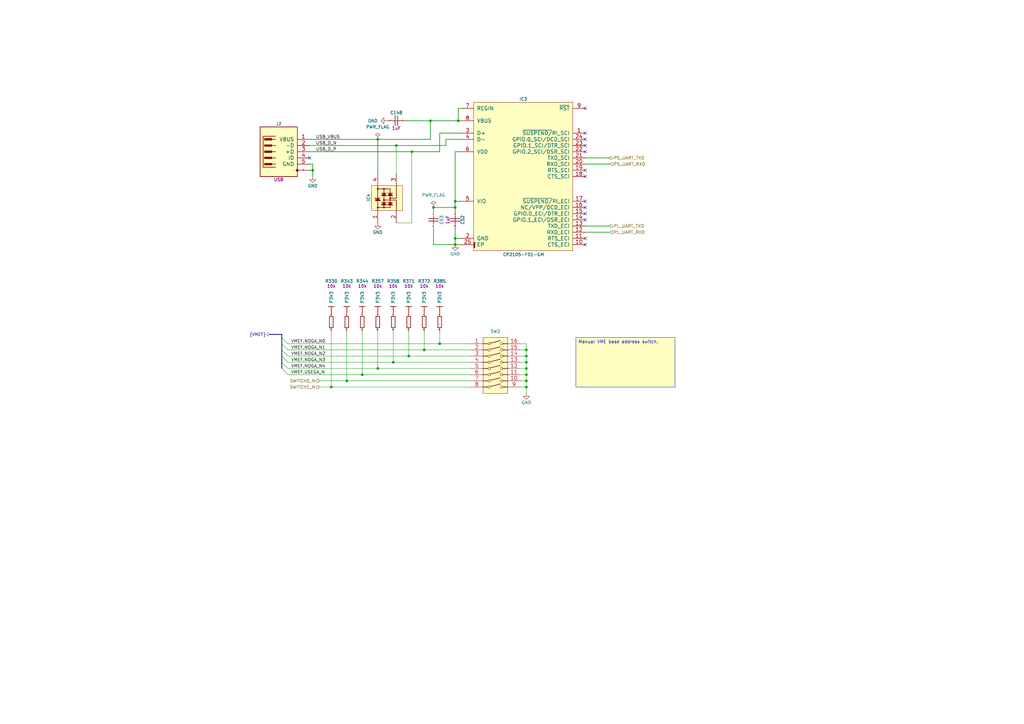
<source format=kicad_sch>
(kicad_sch (version 20250114) (generator "eeschema") (generator_version "9.0")
  (paper "A3")
  (title_block (title "User Interface") (rev "-"))
  (lib_symbols
    (symbol "Analog & Interface:CP2105-F01-GM" (pin_names (offset 1.27))
      (property "Reference" "IC" (at 20.32 1.27 0))
      (symbol "CP2105-F01-GM_0_1"
        (pin power_in line (at -5.08 -2.54 0) (length 5.08) (name "REGIN") (number "7"))
        (pin input line (at -5.08 -7.62 0) (length 5.08) (name "VBUS") (number "8"))
        (pin bidirectional line (at -5.08 -12.7 0) (length 5.08) (name "D+") (number "3"))
        (pin bidirectional line (at -5.08 -15.24 0) (length 5.08) (name "D-") (number "4"))
        (pin power_in line (at -5.08 -20.32 0) (length 5.08) (name "VDD") (number "6"))
        (pin power_in line (at -5.08 -40.64 0) (length 5.08) (name "VIO") (number "5"))
        (pin power_in line (at -5.08 -55.88 0) (length 5.08) (name "GND") (number "2"))
        (pin power_in line (at -5.08 -58.42 0) (length 5.08) (name "EP") (number "25"))
        (pin bidirectional line (at 45.72 -2.54 180) (length 5.08) (name "~{RST}") (number "9"))
        (pin input line (at 45.72 -12.7 180) (length 5.08) (name "~{SUSPEND/}RI_SCI") (number "1"))
        (pin bidirectional line (at 45.72 -15.24 180) (length 5.08) (name "GPIO.0_SCI/DCD_SCI") (number "24"))
        (pin bidirectional line (at 45.72 -17.78 180) (length 5.08) (name "GPIO.1_SCI/DTR_SCI") (number "23"))
        (pin bidirectional line (at 45.72 -20.32 180) (length 5.08) (name "GPIO.2_SCI/DSR_SCI") (number "22"))
        (pin output line (at 45.72 -22.86 180) (length 5.08) (name "TXD_SCI") (number "21"))
        (pin input line (at 45.72 -25.4 180) (length 5.08) (name "RXD_SCI") (number "20"))
        (pin output line (at 45.72 -27.94 180) (length 5.08) (name "RTS_SCI") (number "19"))
        (pin input line (at 45.72 -30.48 180) (length 5.08) (name "CTS_SCI") (number "18"))
        (pin input line (at 45.72 -40.64 180) (length 5.08) (name "~{SUSPEND/}RI_ECI") (number "17"))
        (pin input line (at 45.72 -43.18 180) (length 5.08) (name "NC/VPP/DCD_ECI") (number "16"))
        (pin bidirectional line (at 45.72 -45.72 180) (length 5.08) (name "GPIO.0_ECI/DTR_ECI") (number "15"))
        (pin bidirectional line (at 45.72 -48.26 180) (length 5.08) (name "GPIO.1_ECI/DSR_ECI") (number "14"))
        (pin output line (at 45.72 -50.8 180) (length 5.08) (name "TXD_ECI") (number "13"))
        (pin input line (at 45.72 -53.34 180) (length 5.08) (name "RXD_ECI") (number "12"))
        (pin output line (at 45.72 -55.88 180) (length 5.08) (name "RTS_ECI") (number "11"))
        (pin input line (at 45.72 -58.42 180) (length 5.08) (name "CTS_ECI") (number "10"))
      )
    )
    (symbol "Capacitors SMD:CC0402_100NF_16V_10%_X7R" (pin_names (offset 1.27))
      (property "Reference" "C" (at 3.81 3.048 0))
      (property "Description" "100nF" (at 3.81 -3.048 0))
      (symbol "CC0402_100NF_16V_10%_X7R_0_1"
        (pin passive line (at 0 0 0) (length 2.54) (name "1") (number "1"))
        (pin passive line (at 7.62 0 180) (length 2.54) (name "2") (number "2"))
      )
    )
    (symbol "Capacitors SMD:CC0402_1UF_25V_10%_X5R" (pin_names (offset 1.27))
      (property "Reference" "C" (at 3.81 3.048 0))
      (property "Val" "1uF" (at 3.81 -3.048 0))
      (symbol "CC0402_1UF_25V_10%_X5R_0_1"
        (pin passive line (at 0 0 0) (length 2.54) (name "1") (number "1"))
        (pin passive line (at 7.62 0 180) (length 2.54) (name "2") (number "2"))
      )
    )
    (symbol "Diodes:PRTR5V0U2X" (pin_names (offset 1.27))
      (property "Reference" "D" (at 5.08 1.27 0))
      (symbol "PRTR5V0U2X_0_1"
        (pin power_in line (at -5.08 -2.54 0) (length 5.08) (name "GND") (number "1"))
        (pin bidirectional line (at -5.08 -10.16 0) (length 5.08) (name "I/O1") (number "2"))
        (pin power_in line (at 15.24 -2.54 180) (length 5.08) (name "VCC") (number "4"))
        (pin bidirectional line (at 15.24 -10.16 180) (length 5.08) (name "I/O2") (number "3"))
      )
    )
    (symbol "MOLEX:MOLEX_500075-1517" (pin_names (offset 1.27))
      (property "Reference" "J" (at 7.62 1.27 0))
      (property "Family" "USB" (at 7.62 -21.59 0))
      (symbol "MOLEX_500075-1517_0_1"
        (pin power_in line (at -5.08 -5.08 0) (length 5.08) (name "VBUS") (number "1"))
        (pin bidirectional line (at -5.08 -7.62 0) (length 5.08) (name "-D") (number "2"))
        (pin bidirectional line (at -5.08 -10.16 0) (length 5.08) (name "+D") (number "3"))
        (pin passive line (at -5.08 -12.7 0) (length 5.08) (name "ID") (number "4"))
        (pin power_in line (at -5.08 -15.24 0) (length 5.08) (name "GND") (number "5"))
        (pin power_in line (at -5.08 -17.78 0) (length 5.08) (name "SH") (number "6"))
      )
    )
    (symbol "Resistors SMD:R0402_10K_1%_0.0625W_100PPM" (pin_names (offset 1.27))
      (property "Reference" "R" (at 3.81 1.778 0))
      (property "Description" "±1%" (at 3.81 0 0))
      (property "Val" "10k" (at 3.81 -1.778 0))
      (symbol "R0402_10K_1%_0.0625W_100PPM_0_1"
        (pin passive line (at 0 0 0) (length 1.524) (name "1") (number "1"))
        (pin passive line (at 7.62 0 180) (length 1.524) (name "2") (number "2"))
      )
    )
    (symbol "Switches:SW_TYCO_1-1571983-0" (pin_names (offset 1.27))
      (property "Reference" "SW" (at 5.08 1.27 0))
      (symbol "SW_TYCO_1-1571983-0_0_1"
        (text "1" (at 4.826 -1.016 0) (effects (font (size 1.016 1.016))))
        (text "2" (at 4.826 -3.302 0) (effects (font (size 1.016 1.016))))
        (text "3" (at 4.826 -5.842 0) (effects (font (size 1.016 1.016))))
        (text "4" (at 4.826 -8.382 0) (effects (font (size 1.016 1.016))))
        (text "5" (at 5.08 -10.922 0) (effects (font (size 1.016 1.016))))
        (text "6" (at 5.08 -13.462 0) (effects (font (size 1.016 1.016))))
        (text "7" (at 5.08 -16.002 0) (effects (font (size 1.016 1.016))))
        (text "8" (at 5.08 -18.542 0) (effects (font (size 1.016 1.016))))
        (pin bidirectional line (at -5.08 -2.54 0) (length 5.08) (name "1") (number "1"))
        (pin bidirectional line (at -5.08 -5.08 0) (length 5.08) (name "2") (number "2"))
        (pin bidirectional line (at -5.08 -7.62 0) (length 5.08) (name "3") (number "3"))
        (pin bidirectional line (at -5.08 -10.16 0) (length 5.08) (name "4") (number "4"))
        (pin bidirectional line (at -5.08 -12.7 0) (length 5.08) (name "5") (number "5"))
        (pin bidirectional line (at -5.08 -15.24 0) (length 5.08) (name "6") (number "6"))
        (pin bidirectional line (at -5.08 -17.78 0) (length 5.08) (name "7") (number "7"))
        (pin bidirectional line (at -5.08 -20.32 0) (length 5.08) (name "8") (number "8"))
        (pin bidirectional line (at 15.24 -2.54 180) (length 5.08) (name "16") (number "16"))
        (pin bidirectional line (at 15.24 -5.08 180) (length 5.08) (name "15") (number "15"))
        (pin bidirectional line (at 15.24 -7.62 180) (length 5.08) (name "14") (number "14"))
        (pin bidirectional line (at 15.24 -10.16 180) (length 5.08) (name "13") (number "13"))
        (pin bidirectional line (at 15.24 -12.7 180) (length 5.08) (name "12") (number "12"))
        (pin bidirectional line (at 15.24 -15.24 180) (length 5.08) (name "11") (number "11"))
        (pin bidirectional line (at 15.24 -17.78 180) (length 5.08) (name "10") (number "10"))
        (pin bidirectional line (at 15.24 -20.32 180) (length 5.08) (name "9") (number "9"))
      )
    )
    (symbol "power:GND" (power) (pin_names (offset 0))
      (property "Value" "GND" (at 0 -3.81 0))
      (symbol "GND_1_1"
        (pin power_in line (at 0 0 270) (length 0) (hide yes) (name "GND") (number "1"))
      )
    )
    (symbol "power:PWR_FLAG" (power) (pin_numbers (hide yes)) (pin_names (offset 0) (hide yes))
      (property "Value" "PWR_FLAG" (at 0 3.81 0))
      (symbol "PWR_FLAG_0_0"
        (pin power_out line (at 0 0 90) (length 0) (name "pwr") (number "1"))
      )
    )
    (symbol "vme-wren:P3V3" (power)
      (property "Value" "P3V3" (at 0 -3.81 0))
      (symbol "P3V3_0_0"
        (pin power_in line (at 0 0 0) (length 0) (hide yes) (name "P3V3") (number ""))
      )
    )
  )
  (text_box "Manual VME base address switch." (at 236.22 138.43 0) (size 40.64 20.32) (margins 0.9525 0.9525 0.9525 0.9525) (fill (type color) (color 255 255 194 1)) (effects (font (size 1.27 1.27)) (justify left top)))
  (junction (at 215.9 151.13))
  (junction (at 154.94 57.15))
  (junction (at 215.9 158.75))
  (junction (at 148.59 153.67))
  (junction (at 128.27 69.85))
  (junction (at 186.69 85.09))
  (junction (at 186.69 97.79))
  (junction (at 142.24 156.21))
  (junction (at 180.34 140.97))
  (junction (at 154.94 151.13))
  (junction (at 162.56 59.69))
  (junction (at 215.9 153.67))
  (junction (at 186.69 82.55))
  (junction (at 215.9 146.05))
  (junction (at 215.9 156.21))
  (junction (at 135.89 158.75))
  (junction (at 176.53 49.53))
  (junction (at 177.8 85.09))
  (junction (at 187.96 49.53))
  (junction (at 173.99 143.51))
  (junction (at 186.69 100.33))
  (junction (at 215.9 143.51))
  (junction (at 167.64 146.05))
  (junction (at 168.91 62.23))
  (junction (at 215.9 148.59))
  (junction (at 161.29 148.59))
  (no_connect (at 240.03 69.85))
  (no_connect (at 240.03 85.09))
  (no_connect (at 240.03 72.39))
  (no_connect (at 240.03 82.55))
  (no_connect (at 240.03 59.69))
  (no_connect (at 240.03 44.45))
  (no_connect (at 240.03 97.79))
  (no_connect (at 240.03 90.17))
  (no_connect (at 240.03 57.15))
  (no_connect (at 240.03 87.63))
  (no_connect (at 127 64.77))
  (no_connect (at 240.03 54.61))
  (no_connect (at 240.03 62.23))
  (no_connect (at 240.03 100.33))
  (bus_entry (at 115.57 148.59) (size 2.54 2.54))
  (bus_entry (at 115.57 138.43) (size 2.54 2.54))
  (bus_entry (at 115.57 146.05) (size 2.54 2.54))
  (bus_entry (at 115.57 140.97) (size 2.54 2.54))
  (bus_entry (at 115.57 143.51) (size 2.54 2.54))
  (bus_entry (at 115.57 151.13) (size 2.54 2.54))
  (wire (pts (xy 142.24 135.89) (xy 142.24 156.21)))
  (wire (pts (xy 189.23 100.33) (xy 186.69 100.33)) (stroke (width 0.254)))
  (wire (pts (xy 215.9 148.59) (xy 215.9 151.13)))
  (wire (pts (xy 127 69.85) (xy 128.27 69.85)) (stroke (width 0.254)))
  (wire (pts (xy 186.69 82.55) (xy 186.69 62.23)) (stroke (width 0.254)))
  (wire (pts (xy 177.8 85.09) (xy 186.69 85.09)) (stroke (width 0.254)))
  (wire (pts (xy 167.64 146.05) (xy 193.04 146.05)))
  (bus (pts (xy 115.57 143.51) (xy 115.57 146.05)))
  (wire (pts (xy 161.29 148.59) (xy 193.04 148.59)))
  (wire (pts (xy 240.03 95.25) (xy 250.19 95.25)) (stroke (width 0.254)))
  (bus (pts (xy 115.57 148.59) (xy 115.57 151.13)))
  (wire (pts (xy 173.99 143.51) (xy 173.99 135.89)))
  (wire (pts (xy 162.56 59.69) (xy 162.56 71.12)))
  (wire (pts (xy 182.88 57.15) (xy 189.23 57.15)) (stroke (width 0.254)))
  (wire (pts (xy 193.04 140.97) (xy 180.34 140.97)))
  (wire (pts (xy 186.69 86.36) (xy 186.69 85.09)) (stroke (width 0.254)))
  (wire (pts (xy 215.9 156.21) (xy 213.36 156.21)))
  (wire (pts (xy 148.59 135.89) (xy 148.59 153.67)))
  (bus (pts (xy 110.49 137.16) (xy 115.57 137.16)))
  (wire (pts (xy 177.8 93.98) (xy 177.8 100.33)) (stroke (width 0.254)))
  (wire (pts (xy 215.9 153.67) (xy 215.9 156.21)))
  (wire (pts (xy 154.94 135.89) (xy 154.94 151.13)))
  (wire (pts (xy 154.94 151.13) (xy 193.04 151.13)))
  (wire (pts (xy 118.11 151.13) (xy 154.94 151.13)))
  (wire (pts (xy 148.59 153.67) (xy 193.04 153.67)))
  (wire (pts (xy 189.23 97.79) (xy 186.69 97.79)) (stroke (width 0.254)))
  (wire (pts (xy 128.27 67.31) (xy 128.27 69.85)) (stroke (width 0.254)))
  (wire (pts (xy 213.36 143.51) (xy 215.9 143.51)))
  (wire (pts (xy 168.91 62.23) (xy 180.34 62.23)) (stroke (width 0.254)))
  (wire (pts (xy 154.94 71.12) (xy 154.94 57.15)) (stroke (width 0.254)))
  (wire (pts (xy 127 67.31) (xy 128.27 67.31)) (stroke (width 0.254)))
  (wire (pts (xy 118.11 153.67) (xy 148.59 153.67)))
  (wire (pts (xy 215.9 158.75) (xy 213.36 158.75)))
  (wire (pts (xy 240.03 67.31) (xy 250.19 67.31)) (stroke (width 0.254)))
  (wire (pts (xy 215.9 153.67) (xy 213.36 153.67)))
  (wire (pts (xy 180.34 140.97) (xy 180.34 135.89)))
  (wire (pts (xy 118.11 146.05) (xy 167.64 146.05)))
  (bus (pts (xy 115.57 140.97) (xy 115.57 143.51)))
  (wire (pts (xy 186.69 93.98) (xy 186.69 97.79)) (stroke (width 0.254)))
  (wire (pts (xy 127 62.23) (xy 168.91 62.23)) (stroke (width 0.254)))
  (wire (pts (xy 130.81 158.75) (xy 135.89 158.75)))
  (wire (pts (xy 118.11 140.97) (xy 180.34 140.97)))
  (wire (pts (xy 186.69 97.79) (xy 186.69 100.33)) (stroke (width 0.254)))
  (wire (pts (xy 215.9 143.51) (xy 215.9 140.97)))
  (wire (pts (xy 176.53 57.15) (xy 176.53 49.53)) (stroke (width 0.254)))
  (wire (pts (xy 215.9 156.21) (xy 215.9 158.75)))
  (wire (pts (xy 186.69 85.09) (xy 186.69 82.55)) (stroke (width 0.254)))
  (bus (pts (xy 115.57 137.16) (xy 115.57 138.43)))
  (wire (pts (xy 127 59.69) (xy 162.56 59.69)) (stroke (width 0.254)))
  (wire (pts (xy 215.9 151.13) (xy 215.9 153.67)))
  (wire (pts (xy 154.94 57.15) (xy 176.53 57.15)) (stroke (width 0.254)))
  (wire (pts (xy 130.81 156.21) (xy 142.24 156.21)))
  (wire (pts (xy 135.89 135.89) (xy 135.89 158.75)))
  (wire (pts (xy 166.37 49.53) (xy 176.53 49.53)) (stroke (width 0.254)))
  (wire (pts (xy 215.9 146.05) (xy 215.9 148.59)))
  (wire (pts (xy 213.36 140.97) (xy 215.9 140.97)))
  (wire (pts (xy 182.88 59.69) (xy 182.88 57.15)) (stroke (width 0.254)))
  (wire (pts (xy 162.56 59.69) (xy 182.88 59.69)) (stroke (width 0.254)))
  (wire (pts (xy 215.9 151.13) (xy 213.36 151.13)))
  (wire (pts (xy 215.9 158.75) (xy 215.9 161.29)))
  (wire (pts (xy 167.64 135.89) (xy 167.64 146.05)))
  (wire (pts (xy 180.34 62.23) (xy 180.34 54.61)) (stroke (width 0.254)))
  (wire (pts (xy 168.91 62.23) (xy 168.91 91.44)))
  (wire (pts (xy 142.24 156.21) (xy 193.04 156.21)))
  (wire (pts (xy 162.56 91.44) (xy 168.91 91.44)))
  (bus (pts (xy 115.57 146.05) (xy 115.57 148.59)))
  (wire (pts (xy 215.9 148.59) (xy 213.36 148.59)))
  (wire (pts (xy 118.11 143.51) (xy 173.99 143.51)))
  (wire (pts (xy 187.96 44.45) (xy 187.96 49.53)) (stroke (width 0.254)))
  (wire (pts (xy 128.27 69.85) (xy 128.27 72.39)) (stroke (width 0.254)))
  (wire (pts (xy 189.23 44.45) (xy 187.96 44.45)) (stroke (width 0.254)))
  (wire (pts (xy 173.99 143.51) (xy 193.04 143.51)))
  (wire (pts (xy 250.19 64.77) (xy 240.03 64.77)) (stroke (width 0.254)))
  (wire (pts (xy 135.89 158.75) (xy 193.04 158.75)))
  (wire (pts (xy 215.9 143.51) (xy 215.9 146.05)))
  (bus (pts (xy 115.57 138.43) (xy 115.57 140.97)))
  (wire (pts (xy 186.69 62.23) (xy 189.23 62.23)) (stroke (width 0.254)))
  (wire (pts (xy 180.34 54.61) (xy 189.23 54.61)) (stroke (width 0.254)))
  (wire (pts (xy 127 57.15) (xy 154.94 57.15)) (stroke (width 0.254)))
  (wire (pts (xy 215.9 146.05) (xy 213.36 146.05)))
  (wire (pts (xy 176.53 49.53) (xy 187.96 49.53)) (stroke (width 0.254)))
  (wire (pts (xy 186.69 82.55) (xy 189.23 82.55)) (stroke (width 0.254)))
  (wire (pts (xy 177.8 100.33) (xy 186.69 100.33)) (stroke (width 0.254)))
  (wire (pts (xy 118.11 148.59) (xy 161.29 148.59)))
  (wire (pts (xy 187.96 49.53) (xy 189.23 49.53)) (stroke (width 0.254)))
  (wire (pts (xy 177.8 86.36) (xy 177.8 85.09)) (stroke (width 0.254)))
  (wire (pts (xy 250.19 92.71) (xy 240.03 92.71)) (stroke (width 0.254)))
  (wire (pts (xy 161.29 135.89) (xy 161.29 148.59)))
  (label "VMEF.NOGA_N2" (at 119.38 146.05 0))
  (label "VMEF.NOGA_N1" (at 119.38 143.51 0))
  (label "USB_D_P" (at 129.54 62.23 0))
  (label "VMEF.NOGA_N3" (at 119.38 148.59 0))
  (label "VMEF.NOGA_N0" (at 119.38 140.97 0))
  (label "USB_VBUS" (at 129.54 57.15 0))
  (label "USB_D_N" (at 129.54 59.69 0))
  (label "VMEF.NOGA_N4" (at 119.38 151.13 0))
  (label "VMEF.USEGA_N" (at 119.38 153.67 0))
  (hierarchical_label "PL_UART_RXD" (shape input) (at 250.19 95.25 0))
  (hierarchical_label "PS_UART_RXD" (shape input) (at 250.19 67.31 0))
  (hierarchical_label "PS_UART_TXD" (shape output) (at 250.19 64.77 0))
  (hierarchical_label "PL_UART_TXD" (shape output) (at 250.19 92.71 0))
  (hierarchical_label "SWITCH1_N" (shape output) (at 130.81 158.75 180))
  (hierarchical_label "{VMEF}" (shape bidirectional) (at 110.49 137.16 180))
  (hierarchical_label "SWITCH0_N" (shape output) (at 130.81 156.21 180))
  (symbol (lib_id "Resistors SMD:R0402_10K_1%_0.0625W_100PPM") (at 167.64 128.27 270) (unit 1)
    (property "Reference" "R371" (at 167.64 115.316 90))
    (property "Value" "R0402_10K_1%_0.0625W_100PPM" (effects (hide yes)))
    (property "Footprint" "Resistors SMD:RESC1005X40N" (effects (hide yes)))
    (property "Description" "±1%" (effects (hide yes)))
    (property "Val" "10k" (at 167.64 117.348 90))
    (property "Part Number" "R0402_10K_1%_0.0625W_100PPM" (effects (hide yes)))
    (property "Library Ref" "Resistor - 1%" (effects (hide yes)))
    (property "Library Path" "SchLib\\Resistors.SchLib" (effects (hide yes)))
    (property "Comment" "10k" (effects (hide yes)))
    (property "Component Kind" "Standard" (effects (hide yes)))
    (property "Component Type" "Standard" (effects (hide yes)))
    (property "PackageDescription" " " (effects (hide yes)))
    (property "Pin Count" "2" (effects (hide yes)))
    (property "Footprint Path" "PcbLib\\Resistors SMD.PcbLib" (effects (hide yes)))
    (property "Footprint Ref" "RESC1005X40N" (effects (hide yes)))
    (property "Status" "Not Recommended" (effects (hide yes)))
    (property "Power" "0.0625W" (effects (hide yes)))
    (property "Voltage" " " (effects (hide yes)))
    (property "Tolerance" "±1%" (effects (hide yes)))
    (property "Part Description" "General Purpose Thick Film Chip Resistor" (effects (hide yes)))
    (property "Manufacturer" "GENERIC" (effects (hide yes)))
    (property "Manufacturer Part Number" "R0402_10K_1%_0.0625W_100PPM" (effects (hide yes)))
    (property "Case" "0402" (effects (hide yes)))
    (property "PressFit" "No" (effects (hide yes)))
    (property "Mounted" "Yes" (effects (hide yes)))
    (property "Sense Comment" " " (effects (hide yes)))
    (property "Sense" "No" (effects (hide yes)))
    (property "Status Comment" " " (effects (hide yes)))
    (property "Socket" "No" (effects (hide yes)))
    (property "SMD" "Yes" (effects (hide yes)))
    (property "ComponentHeight" " " (effects (hide yes)))
    (property "Manufacturer1 Example" "YAGEO PHYCOMP" (effects (hide yes)))
    (property "Manufacturer1 Part Number" "232270671003L" (effects (hide yes)))
    (property "Manufacturer1 ComponentHeight" "0.4mm" (effects (hide yes)))
    (property "Author" "CERN DEM JLC" (effects (hide yes)))
    (property "CreateDate" "12/03/07 00:00:00" (effects (hide yes)))
    (property "LatestRevisionDate" "10/17/12 00:00:00" (effects (hide yes)))
    (property "Database Table Name" "Resistors" (effects (hide yes)))
    (property "Library Name" "Resistors SMD" (effects (hide yes)))
    (property "Footprint Library" "Resistors SMD" (effects (hide yes)))
    (property "License" "CC-BY-SA 4.0" (effects (hide yes)))
  )
  (symbol (lib_id "power:PWR_FLAG") (at 177.8 85.09 0) (unit 1)
    (property "Reference" "#FLG026" (effects (hide yes)))
    (property "Value" "PWR_FLAG" (at 177.8 80.01 0))
    (property "Description" "general power-flag symbol" (effects (hide yes)))
  )
  (symbol (lib_id "power:PWR_FLAG") (at 154.94 57.15 0) (unit 1)
    (property "Reference" "#FLG027" (effects (hide yes)))
    (property "Value" "PWR_FLAG" (at 154.94 52.07 0))
    (property "Description" "general power-flag symbol" (effects (hide yes)))
  )
  (symbol (lib_id "vme-wren:P3V3") (at 173.99 128.27 180) (unit 1)
    (property "Reference" "#PWR0700" (effects (hide yes)))
    (property "Value" "P3V3" (at 173.99 124.46 90) (effects (justify right)))
    (instances (project "dupa" (path "" (reference "#PWR?") (unit 1))) (project "vme-wren" (path "" (reference "#PWR0700") (unit 1))))
  )
  (symbol (lib_id "Diodes:PRTR5V0U2X") (at 152.4 86.36 90) (unit 1)
    (property "Reference" "IC4" (at 151.13 81.026 0))
    (property "Value" "PRTR5V0U2X" (effects (hide yes)))
    (property "Footprint" "ICs And Semiconductors SMD:SOT190P230X110-4N" (effects (hide yes)))
    (property "SMD" "Yes" (effects (hide yes)))
    (property "Part Number" "PRTR5V0U2X" (effects (hide yes)))
    (property "Library Ref" "PRTR5V0U2X" (effects (hide yes)))
    (property "Library Path" "SchLib\\Diodes.SchLib" (effects (hide yes)))
    (property "Comment" "PRTR5V0U2X" (effects (hide yes)))
    (property "Component Kind" "Standard" (effects (hide yes)))
    (property "Component Type" "Standard" (effects (hide yes)))
    (property "Device" "PRTR5V0U2X" (effects (hide yes)))
    (property "PackageDescription" "SOT143B, SOT, 1.90mm Pitch; 4 Pin, 1.30mm W X 2.90mm L X 1.10mm H body, IPC Medium Density" (effects (hide yes)))
    (property "Voltage" "5.5V" (effects (hide yes)))
    (property "Power" " " (effects (hide yes)))
    (property "Status" " " (effects (hide yes)))
    (property "Part Description" "Ultra Low Capacitance (1pF) Double Rail-to-Rail ESD Protection Diode (8kV)" (effects (hide yes)))
    (property "Manufacturer" "NXP SEMICONDUCTORS" (effects (hide yes)))
    (property "Manufacturer Part Number" "PRTR5V0U2X" (effects (hide yes)))
    (property "Pin Count" "4" (effects (hide yes)))
    (property "Case" "SOT143B" (effects (hide yes)))
    (property "Mounted" "Yes" (effects (hide yes)))
    (property "Socket" "No" (effects (hide yes)))
    (property "PressFit" "No" (effects (hide yes)))
    (property "Sense" "No" (effects (hide yes)))
    (property "Sense Comment" " " (effects (hide yes)))
    (property "Bonding" "No" (effects (hide yes)))
    (property "Status Comment" " " (effects (hide yes)))
    (property "ComponentHeight" "1.1mm" (effects (hide yes)))
    (property "Footprint Path" "PcbLib\\ICs And Semiconductors SMD.PcbLib" (effects (hide yes)))
    (property "Footprint Ref" "SOT190P230X110-4N" (effects (hide yes)))
    (property "ComponentLink1URL" " " (effects (hide yes)))
    (property "ComponentLink1Description" " " (effects (hide yes)))
    (property "ComponentLink2URL" " " (effects (hide yes)))
    (property "ComponentLink2Description" " " (effects (hide yes)))
    (property "Author" "CERN DEM JLC" (effects (hide yes)))
    (property "CreateDate" "03/22/11 00:00:00" (effects (hide yes)))
    (property "LatestRevisionDate" "03/22/11 00:00:00" (effects (hide yes)))
    (property "Database Table Name" "ICs And Semiconductors" (effects (hide yes)))
    (property "Library Name" "Diodes" (effects (hide yes)))
    (property "Footprint Library" "ICs And Semiconductors SMD" (effects (hide yes)))
    (property "License" "CC-BY-SA 4.0" (effects (hide yes)))
  )
  (symbol (lib_id "power:GND") (at 186.69 100.33 0) (unit 1)
    (property "Reference" "#PWR0384" (effects (hide yes)))
    (property "Value" "GND" (at 186.69 104.14 0))
    (property "Description" "GROUND power-flag symbol" (effects (hide yes)))
  )
  (symbol (lib_id "Analog & Interface:CP2105-F01-GM") (at 194.31 41.91 0) (unit 1)
    (property "Reference" "IC3" (at 214.63 40.64 0))
    (property "Value" "CP2105-F01-GM" (at 206.248 104.394 0) (effects (justify left)))
    (property "Footprint" "ICs And Semiconductors SMD:QFN50P400X400X80-25N-S280" (effects (hide yes)))
    (property "SMD" "Yes" (effects (hide yes)))
    (property "SCEM" " " (effects (hide yes)))
    (property "Part Number" "CP2105-F01-GM" (effects (hide yes)))
    (property "Library Ref" "CP2105-F01-GM" (effects (hide yes)))
    (property "Library Path" "SchLib\\Analog & Interface.SchLib" (effects (hide yes)))
    (property "Comment" "CP2105-F01-GM" (effects (hide yes)))
    (property "Component Kind" "Standard" (effects (hide yes)))
    (property "Component Type" "Standard" (effects (hide yes)))
    (property "Device" "CP2105-F01-GM" (effects (hide yes)))
    (property "PackageDescription" "QFN, 0.50mm Pitch, Square; 24 Pin, 4.00mm L X 4.00mm W X 0.80mm H body (w/Thermal Tab 2.80 X 2.80mm), IPC Medium Density" (effects (hide yes)))
    (property "Status" " " (effects (hide yes)))
    (property "Part Description" "Single-Chip USB to Dual UART Bridge" (effects (hide yes)))
    (property "Manufacturer" "SILICON LABS" (effects (hide yes)))
    (property "Manufacturer Part Number" "CP2105-F01-GM" (effects (hide yes)))
    (property "Pin Count" "25" (effects (hide yes)))
    (property "Case" "QFN24" (effects (hide yes)))
    (property "Mounted" "Yes" (effects (hide yes)))
    (property "Socket" "No" (effects (hide yes)))
    (property "PressFit" "No" (effects (hide yes)))
    (property "Sense" "No" (effects (hide yes)))
    (property "Sense Comment" " " (effects (hide yes)))
    (property "Bonding" "No" (effects (hide yes)))
    (property "Status Comment" " " (effects (hide yes)))
    (property "ComponentHeight" "0.8mm" (effects (hide yes)))
    (property "Footprint Path" "PcbLib\\ICs And Semiconductors SMD.PcbLib" (effects (hide yes)))
    (property "Footprint Ref" "QFN50P400X400X80-25N-S280" (effects (hide yes)))
    (property "Author" "CERN DEM MR" (effects (hide yes)))
    (property "ComponentLink1URL" " " (effects (hide yes)))
    (property "ComponentLink2URL" " " (effects (hide yes)))
    (property "ComponentLink2Description" " " (effects (hide yes)))
    (property "ComponentLink1Description" " " (effects (hide yes)))
    (property "CreateDate" "10/12/16 00:00:00" (effects (hide yes)))
    (property "LatestRevisionDate" "10/12/16 00:00:00" (effects (hide yes)))
    (property "Database Table Name" "ICs And Semiconductors" (effects (hide yes)))
    (property "Library Name" "Analog & Interface" (effects (hide yes)))
    (property "Footprint Library" "ICs And Semiconductors SMD" (effects (hide yes)))
    (property "License" "CC-BY-SA 4.0" (effects (hide yes)))
  )
  (symbol (lib_id "vme-wren:P3V3") (at 135.89 128.27 180) (unit 1)
    (property "Reference" "#PWR0659" (effects (hide yes)))
    (property "Value" "P3V3" (at 135.89 124.46 90) (effects (justify right)))
    (instances (project "dupa" (path "" (reference "#PWR?") (unit 1))) (project "vme-wren" (path "" (reference "#PWR0659") (unit 1))))
  )
  (symbol (lib_id "Capacitors SMD:CC0402_100NF_16V_10%_X7R") (at 177.8 86.36 270) (unit 1)
    (property "Reference" "C53" (at 181.102 90.17 0))
    (property "Value" "CC0402_100NF_16V_10%_X7R" (effects (hide yes)))
    (property "Footprint" "Capacitors SMD:CAPC1005X55N" (effects (hide yes)))
    (property "Description" "100nF" (effects (hide yes)))
    (property "SMD" "Yes" (effects (hide yes)))
    (property "Part Number" "CC0402_100NF_16V_10%_X7R" (effects (hide yes)))
    (property "Library Ref" "Capacitor - non polarized" (effects (hide yes)))
    (property "Library Path" "SchLib\\Capacitors.SchLib" (effects (hide yes)))
    (property "Comment" "100nF" (effects (hide yes)))
    (property "Component Kind" "Standard" (effects (hide yes)))
    (property "Component Type" "Standard" (effects (hide yes)))
    (property "Pin Count" "2" (effects (hide yes)))
    (property "Footprint Path" "PcbLib\\Capacitors SMD.PcbLib" (effects (hide yes)))
    (property "Footprint Ref" "CAPC1005X55N" (effects (hide yes)))
    (property "PackageDescription" " " (effects (hide yes)))
    (property "Status" "Not Recommended" (effects (hide yes)))
    (property "Status Comment" " " (effects (hide yes)))
    (property "Voltage" "16V" (effects (hide yes)))
    (property "Tolerance" "±10%" (effects (hide yes)))
    (property "Part Description" "SMD Multilayer Chip Ceramic Capacitor" (effects (hide yes)))
    (property "Manufacturer" "GENERIC" (effects (hide yes)))
    (property "Manufacturer Part Number" "CC0402_100NF_16V_10%_X7R" (effects (hide yes)))
    (property "Case" "0402" (effects (hide yes)))
    (property "Mounted" "Yes" (effects (hide yes)))
    (property "Socket" "No" (effects (hide yes)))
    (property "PressFit" " " (effects (hide yes)))
    (property "Sense" "No" (effects (hide yes)))
    (property "Sense Comment" " " (effects (hide yes)))
    (property "ComponentHeight" " " (effects (hide yes)))
    (property "Manufacturer1 Example" "MURATA" (effects (hide yes)))
    (property "Manufacturer1 Part Number" "GRM155R71C104KA88D" (effects (hide yes)))
    (property "Manufacturer1 ComponentHeight" "0.55mm" (effects (hide yes)))
    (property "Author" "CERN DEM JLC" (effects (hide yes)))
    (property "CreateDate" "12/05/13 00:00:00" (effects (hide yes)))
    (property "LatestRevisionDate" "12/03/07 00:00:00" (effects (hide yes)))
    (property "Database Table Name" "Capacitors" (effects (hide yes)))
    (property "Library Name" "Capacitors SMD" (effects (hide yes)))
    (property "Footprint Library" "Capacitors SMD" (effects (hide yes)))
    (property "License" "CC-BY-SA 4.0" (effects (hide yes)))
  )
  (symbol (lib_id "Resistors SMD:R0402_10K_1%_0.0625W_100PPM") (at 148.59 128.27 270) (unit 1)
    (property "Reference" "R344" (at 148.59 115.316 90))
    (property "Value" "R0402_10K_1%_0.0625W_100PPM" (effects (hide yes)))
    (property "Footprint" "Resistors SMD:RESC1005X40N" (effects (hide yes)))
    (property "Description" "±1%" (effects (hide yes)))
    (property "Val" "10k" (at 148.59 117.348 90))
    (property "Part Number" "R0402_10K_1%_0.0625W_100PPM" (effects (hide yes)))
    (property "Library Ref" "Resistor - 1%" (effects (hide yes)))
    (property "Library Path" "SchLib\\Resistors.SchLib" (effects (hide yes)))
    (property "Comment" "10k" (effects (hide yes)))
    (property "Component Kind" "Standard" (effects (hide yes)))
    (property "Component Type" "Standard" (effects (hide yes)))
    (property "PackageDescription" " " (effects (hide yes)))
    (property "Pin Count" "2" (effects (hide yes)))
    (property "Footprint Path" "PcbLib\\Resistors SMD.PcbLib" (effects (hide yes)))
    (property "Footprint Ref" "RESC1005X40N" (effects (hide yes)))
    (property "Status" "Not Recommended" (effects (hide yes)))
    (property "Power" "0.0625W" (effects (hide yes)))
    (property "Voltage" " " (effects (hide yes)))
    (property "Tolerance" "±1%" (effects (hide yes)))
    (property "Part Description" "General Purpose Thick Film Chip Resistor" (effects (hide yes)))
    (property "Manufacturer" "GENERIC" (effects (hide yes)))
    (property "Manufacturer Part Number" "R0402_10K_1%_0.0625W_100PPM" (effects (hide yes)))
    (property "Case" "0402" (effects (hide yes)))
    (property "PressFit" "No" (effects (hide yes)))
    (property "Mounted" "Yes" (effects (hide yes)))
    (property "Sense Comment" " " (effects (hide yes)))
    (property "Sense" "No" (effects (hide yes)))
    (property "Status Comment" " " (effects (hide yes)))
    (property "Socket" "No" (effects (hide yes)))
    (property "SMD" "Yes" (effects (hide yes)))
    (property "ComponentHeight" " " (effects (hide yes)))
    (property "Manufacturer1 Example" "YAGEO PHYCOMP" (effects (hide yes)))
    (property "Manufacturer1 Part Number" "232270671003L" (effects (hide yes)))
    (property "Manufacturer1 ComponentHeight" "0.4mm" (effects (hide yes)))
    (property "Author" "CERN DEM JLC" (effects (hide yes)))
    (property "CreateDate" "12/03/07 00:00:00" (effects (hide yes)))
    (property "LatestRevisionDate" "10/17/12 00:00:00" (effects (hide yes)))
    (property "Database Table Name" "Resistors" (effects (hide yes)))
    (property "Library Name" "Resistors SMD" (effects (hide yes)))
    (property "Footprint Library" "Resistors SMD" (effects (hide yes)))
    (property "License" "CC-BY-SA 4.0" (effects (hide yes)))
  )
  (symbol (lib_id "Resistors SMD:R0402_10K_1%_0.0625W_100PPM") (at 180.34 128.27 270) (unit 1)
    (property "Reference" "R385" (at 180.34 115.316 90))
    (property "Value" "R0402_10K_1%_0.0625W_100PPM" (effects (hide yes)))
    (property "Footprint" "Resistors SMD:RESC1005X40N" (effects (hide yes)))
    (property "Description" "±1%" (effects (hide yes)))
    (property "Val" "10k" (at 180.34 117.348 90))
    (property "Part Number" "R0402_10K_1%_0.0625W_100PPM" (effects (hide yes)))
    (property "Library Ref" "Resistor - 1%" (effects (hide yes)))
    (property "Library Path" "SchLib\\Resistors.SchLib" (effects (hide yes)))
    (property "Comment" "10k" (effects (hide yes)))
    (property "Component Kind" "Standard" (effects (hide yes)))
    (property "Component Type" "Standard" (effects (hide yes)))
    (property "PackageDescription" " " (effects (hide yes)))
    (property "Pin Count" "2" (effects (hide yes)))
    (property "Footprint Path" "PcbLib\\Resistors SMD.PcbLib" (effects (hide yes)))
    (property "Footprint Ref" "RESC1005X40N" (effects (hide yes)))
    (property "Status" "Not Recommended" (effects (hide yes)))
    (property "Power" "0.0625W" (effects (hide yes)))
    (property "Voltage" " " (effects (hide yes)))
    (property "Tolerance" "±1%" (effects (hide yes)))
    (property "Part Description" "General Purpose Thick Film Chip Resistor" (effects (hide yes)))
    (property "Manufacturer" "GENERIC" (effects (hide yes)))
    (property "Manufacturer Part Number" "R0402_10K_1%_0.0625W_100PPM" (effects (hide yes)))
    (property "Case" "0402" (effects (hide yes)))
    (property "PressFit" "No" (effects (hide yes)))
    (property "Mounted" "Yes" (effects (hide yes)))
    (property "Sense Comment" " " (effects (hide yes)))
    (property "Sense" "No" (effects (hide yes)))
    (property "Status Comment" " " (effects (hide yes)))
    (property "Socket" "No" (effects (hide yes)))
    (property "SMD" "Yes" (effects (hide yes)))
    (property "ComponentHeight" " " (effects (hide yes)))
    (property "Manufacturer1 Example" "YAGEO PHYCOMP" (effects (hide yes)))
    (property "Manufacturer1 Part Number" "232270671003L" (effects (hide yes)))
    (property "Manufacturer1 ComponentHeight" "0.4mm" (effects (hide yes)))
    (property "Author" "CERN DEM JLC" (effects (hide yes)))
    (property "CreateDate" "12/03/07 00:00:00" (effects (hide yes)))
    (property "LatestRevisionDate" "10/17/12 00:00:00" (effects (hide yes)))
    (property "Database Table Name" "Resistors" (effects (hide yes)))
    (property "Library Name" "Resistors SMD" (effects (hide yes)))
    (property "Footprint Library" "Resistors SMD" (effects (hide yes)))
    (property "License" "CC-BY-SA 4.0" (effects (hide yes)))
  )
  (symbol (lib_id "power:GND") (at 158.75 49.53 270) (unit 1)
    (property "Reference" "#PWR0387" (effects (hide yes)))
    (property "Value" "GND" (at 154.94 49.53 90) (effects (justify right)))
    (property "Description" "GROUND power-flag symbol" (effects (hide yes)))
  )
  (symbol (lib_id "Resistors SMD:R0402_10K_1%_0.0625W_100PPM") (at 161.29 128.27 270) (unit 1)
    (property "Reference" "R358" (at 161.29 115.316 90))
    (property "Value" "R0402_10K_1%_0.0625W_100PPM" (effects (hide yes)))
    (property "Footprint" "Resistors SMD:RESC1005X40N" (effects (hide yes)))
    (property "Description" "±1%" (effects (hide yes)))
    (property "Val" "10k" (at 161.29 117.348 90))
    (property "Part Number" "R0402_10K_1%_0.0625W_100PPM" (effects (hide yes)))
    (property "Library Ref" "Resistor - 1%" (effects (hide yes)))
    (property "Library Path" "SchLib\\Resistors.SchLib" (effects (hide yes)))
    (property "Comment" "10k" (effects (hide yes)))
    (property "Component Kind" "Standard" (effects (hide yes)))
    (property "Component Type" "Standard" (effects (hide yes)))
    (property "PackageDescription" " " (effects (hide yes)))
    (property "Pin Count" "2" (effects (hide yes)))
    (property "Footprint Path" "PcbLib\\Resistors SMD.PcbLib" (effects (hide yes)))
    (property "Footprint Ref" "RESC1005X40N" (effects (hide yes)))
    (property "Status" "Not Recommended" (effects (hide yes)))
    (property "Power" "0.0625W" (effects (hide yes)))
    (property "Voltage" " " (effects (hide yes)))
    (property "Tolerance" "±1%" (effects (hide yes)))
    (property "Part Description" "General Purpose Thick Film Chip Resistor" (effects (hide yes)))
    (property "Manufacturer" "GENERIC" (effects (hide yes)))
    (property "Manufacturer Part Number" "R0402_10K_1%_0.0625W_100PPM" (effects (hide yes)))
    (property "Case" "0402" (effects (hide yes)))
    (property "PressFit" "No" (effects (hide yes)))
    (property "Mounted" "Yes" (effects (hide yes)))
    (property "Sense Comment" " " (effects (hide yes)))
    (property "Sense" "No" (effects (hide yes)))
    (property "Status Comment" " " (effects (hide yes)))
    (property "Socket" "No" (effects (hide yes)))
    (property "SMD" "Yes" (effects (hide yes)))
    (property "ComponentHeight" " " (effects (hide yes)))
    (property "Manufacturer1 Example" "YAGEO PHYCOMP" (effects (hide yes)))
    (property "Manufacturer1 Part Number" "232270671003L" (effects (hide yes)))
    (property "Manufacturer1 ComponentHeight" "0.4mm" (effects (hide yes)))
    (property "Author" "CERN DEM JLC" (effects (hide yes)))
    (property "CreateDate" "12/03/07 00:00:00" (effects (hide yes)))
    (property "LatestRevisionDate" "10/17/12 00:00:00" (effects (hide yes)))
    (property "Database Table Name" "Resistors" (effects (hide yes)))
    (property "Library Name" "Resistors SMD" (effects (hide yes)))
    (property "Footprint Library" "Resistors SMD" (effects (hide yes)))
    (property "License" "CC-BY-SA 4.0" (effects (hide yes)))
  )
  (symbol (lib_id "vme-wren:P3V3") (at 161.29 128.27 180) (unit 1)
    (property "Reference" "#PWR0697" (effects (hide yes)))
    (property "Value" "P3V3" (at 161.29 124.46 90) (effects (justify right)))
    (instances (project "dupa" (path "" (reference "#PWR?") (unit 1))) (project "vme-wren" (path "" (reference "#PWR0697") (unit 1))))
  )
  (symbol (lib_id "Switches:SW_TYCO_1-1571983-0") (at 198.12 138.43 0) (unit 1)
    (property "Reference" "SW2" (at 203.2 135.89 0))
    (property "Value" "SW_TYCO_1-1571983-0" (effects (hide yes)))
    (property "Footprint" "Switches:SW_TYCO_1-1571983-0" (effects (hide yes)))
    (property "Description" "Switch" (effects (hide yes)))
    (property "Part Number" "SW_TYCO_1-1571983-0" (effects (hide yes)))
    (property "Library Ref" "SW 8x SPST DIP Switch" (effects (hide yes)))
    (property "Library Path" "SchLib\\Switches.SchLib" (effects (hide yes)))
    (property "Comment" " " (effects (hide yes)))
    (property "Component Kind" "Standard" (effects (hide yes)))
    (property "Component Type" "Standard" (effects (hide yes)))
    (property "Pin Count" "16" (effects (hide yes)))
    (property "Case" " " (effects (hide yes)))
    (property "Footprint Path" "PcbLib\\Switches.PcbLib" (effects (hide yes)))
    (property "Footprint Ref" "SW_TYCO_1-1571983-0" (effects (hide yes)))
    (property "PackageDescription" "Pitch 1.27mm,  Body 11.28x6.2mm, 8 Ways SPST Surface-Mount DIP Switch,TYCO GDH Series" (effects (hide yes)))
    (property "Family" "Switch" (effects (hide yes)))
    (property "Mounted" "Yes" (effects (hide yes)))
    (property "Socket" "No" (effects (hide yes)))
    (property "SMD" "Yes" (effects (hide yes)))
    (property "PressFit" "No" (effects (hide yes)))
    (property "Sense" "No" (effects (hide yes)))
    (property "Sense Comment" " " (effects (hide yes)))
    (property "Status" "None" (effects (hide yes)))
    (property "Status Comment" " " (effects (hide yes)))
    (property "SCEM" " " (effects (hide yes)))
    (property "Part Description" "8 Way SPST SMD DIP Switch, Latched, Contact Rating 0.025A 24VDC" (effects (hide yes)))
    (property "Manufacturer" "TYCO" (effects (hide yes)))
    (property "Manufacturer Part Number" "1-1571983-0 or GDH08S04" (effects (hide yes)))
    (property "ComponentHeight" "2.31mm" (effects (hide yes)))
    (property "Manufacturer1 Example" " " (effects (hide yes)))
    (property "Manufacturer1 Part Number" " " (effects (hide yes)))
    (property "Manufacturer1 ComponentHeight" " " (effects (hide yes)))
    (property "ComponentLink1URL" " " (effects (hide yes)))
    (property "ComponentLink1Description" " " (effects (hide yes)))
    (property "ComponentLink2URL" " " (effects (hide yes)))
    (property "ComponentLink2Description" " " (effects (hide yes)))
    (property "Author" "CERN DEM JLC" (effects (hide yes)))
    (property "CreateDate" "01/08/09 00:00:00" (effects (hide yes)))
    (property "LatestRevisionDate" "01/08/09 00:00:00" (effects (hide yes)))
    (property "Database Table Name" "Eletro-mechanical" (effects (hide yes)))
    (property "Library Name" "Switches" (effects (hide yes)))
    (property "Footprint Library" "Switches" (effects (hide yes)))
    (property "License" "CC-BY-SA 4.0" (effects (hide yes)))
  )
  (symbol (lib_id "Resistors SMD:R0402_10K_1%_0.0625W_100PPM") (at 173.99 128.27 270) (unit 1)
    (property "Reference" "R372" (at 173.99 115.316 90))
    (property "Value" "R0402_10K_1%_0.0625W_100PPM" (effects (hide yes)))
    (property "Footprint" "Resistors SMD:RESC1005X40N" (effects (hide yes)))
    (property "Description" "±1%" (effects (hide yes)))
    (property "Val" "10k" (at 173.99 117.348 90))
    (property "Part Number" "R0402_10K_1%_0.0625W_100PPM" (effects (hide yes)))
    (property "Library Ref" "Resistor - 1%" (effects (hide yes)))
    (property "Library Path" "SchLib\\Resistors.SchLib" (effects (hide yes)))
    (property "Comment" "10k" (effects (hide yes)))
    (property "Component Kind" "Standard" (effects (hide yes)))
    (property "Component Type" "Standard" (effects (hide yes)))
    (property "PackageDescription" " " (effects (hide yes)))
    (property "Pin Count" "2" (effects (hide yes)))
    (property "Footprint Path" "PcbLib\\Resistors SMD.PcbLib" (effects (hide yes)))
    (property "Footprint Ref" "RESC1005X40N" (effects (hide yes)))
    (property "Status" "Not Recommended" (effects (hide yes)))
    (property "Power" "0.0625W" (effects (hide yes)))
    (property "Voltage" " " (effects (hide yes)))
    (property "Tolerance" "±1%" (effects (hide yes)))
    (property "Part Description" "General Purpose Thick Film Chip Resistor" (effects (hide yes)))
    (property "Manufacturer" "GENERIC" (effects (hide yes)))
    (property "Manufacturer Part Number" "R0402_10K_1%_0.0625W_100PPM" (effects (hide yes)))
    (property "Case" "0402" (effects (hide yes)))
    (property "PressFit" "No" (effects (hide yes)))
    (property "Mounted" "Yes" (effects (hide yes)))
    (property "Sense Comment" " " (effects (hide yes)))
    (property "Sense" "No" (effects (hide yes)))
    (property "Status Comment" " " (effects (hide yes)))
    (property "Socket" "No" (effects (hide yes)))
    (property "SMD" "Yes" (effects (hide yes)))
    (property "ComponentHeight" " " (effects (hide yes)))
    (property "Manufacturer1 Example" "YAGEO PHYCOMP" (effects (hide yes)))
    (property "Manufacturer1 Part Number" "232270671003L" (effects (hide yes)))
    (property "Manufacturer1 ComponentHeight" "0.4mm" (effects (hide yes)))
    (property "Author" "CERN DEM JLC" (effects (hide yes)))
    (property "CreateDate" "12/03/07 00:00:00" (effects (hide yes)))
    (property "LatestRevisionDate" "10/17/12 00:00:00" (effects (hide yes)))
    (property "Database Table Name" "Resistors" (effects (hide yes)))
    (property "Library Name" "Resistors SMD" (effects (hide yes)))
    (property "Footprint Library" "Resistors SMD" (effects (hide yes)))
    (property "License" "CC-BY-SA 4.0" (effects (hide yes)))
  )
  (symbol (lib_id "power:GND") (at 154.94 91.44 0) (unit 1)
    (property "Reference" "#PWR0388" (effects (hide yes)))
    (property "Value" "GND" (at 154.94 95.25 0))
    (property "Description" "GROUND power-flag symbol" (effects (hide yes)))
  )
  (symbol (lib_id "vme-wren:P3V3") (at 142.24 128.27 180) (unit 1)
    (property "Reference" "#PWR0660" (effects (hide yes)))
    (property "Value" "P3V3" (at 142.24 124.46 90) (effects (justify right)))
    (instances (project "dupa" (path "" (reference "#PWR?") (unit 1))) (project "vme-wren" (path "" (reference "#PWR0660") (unit 1))))
  )
  (symbol (lib_id "Resistors SMD:R0402_10K_1%_0.0625W_100PPM") (at 135.89 128.27 270) (unit 1)
    (property "Reference" "R330" (at 135.89 115.316 90))
    (property "Value" "R0402_10K_1%_0.0625W_100PPM" (effects (hide yes)))
    (property "Footprint" "Resistors SMD:RESC1005X40N" (effects (hide yes)))
    (property "Description" "±1%" (effects (hide yes)))
    (property "Val" "10k" (at 135.89 117.348 90))
    (property "Part Number" "R0402_10K_1%_0.0625W_100PPM" (effects (hide yes)))
    (property "Library Ref" "Resistor - 1%" (effects (hide yes)))
    (property "Library Path" "SchLib\\Resistors.SchLib" (effects (hide yes)))
    (property "Comment" "10k" (effects (hide yes)))
    (property "Component Kind" "Standard" (effects (hide yes)))
    (property "Component Type" "Standard" (effects (hide yes)))
    (property "PackageDescription" " " (effects (hide yes)))
    (property "Pin Count" "2" (effects (hide yes)))
    (property "Footprint Path" "PcbLib\\Resistors SMD.PcbLib" (effects (hide yes)))
    (property "Footprint Ref" "RESC1005X40N" (effects (hide yes)))
    (property "Status" "Not Recommended" (effects (hide yes)))
    (property "Power" "0.0625W" (effects (hide yes)))
    (property "Voltage" " " (effects (hide yes)))
    (property "Tolerance" "±1%" (effects (hide yes)))
    (property "Part Description" "General Purpose Thick Film Chip Resistor" (effects (hide yes)))
    (property "Manufacturer" "GENERIC" (effects (hide yes)))
    (property "Manufacturer Part Number" "R0402_10K_1%_0.0625W_100PPM" (effects (hide yes)))
    (property "Case" "0402" (effects (hide yes)))
    (property "PressFit" "No" (effects (hide yes)))
    (property "Mounted" "Yes" (effects (hide yes)))
    (property "Sense Comment" " " (effects (hide yes)))
    (property "Sense" "No" (effects (hide yes)))
    (property "Status Comment" " " (effects (hide yes)))
    (property "Socket" "No" (effects (hide yes)))
    (property "SMD" "Yes" (effects (hide yes)))
    (property "ComponentHeight" " " (effects (hide yes)))
    (property "Manufacturer1 Example" "YAGEO PHYCOMP" (effects (hide yes)))
    (property "Manufacturer1 Part Number" "232270671003L" (effects (hide yes)))
    (property "Manufacturer1 ComponentHeight" "0.4mm" (effects (hide yes)))
    (property "Author" "CERN DEM JLC" (effects (hide yes)))
    (property "CreateDate" "12/03/07 00:00:00" (effects (hide yes)))
    (property "LatestRevisionDate" "10/17/12 00:00:00" (effects (hide yes)))
    (property "Database Table Name" "Resistors" (effects (hide yes)))
    (property "Library Name" "Resistors SMD" (effects (hide yes)))
    (property "Footprint Library" "Resistors SMD" (effects (hide yes)))
    (property "License" "CC-BY-SA 4.0" (effects (hide yes)))
  )
  (symbol (lib_id "vme-wren:P3V3") (at 154.94 128.27 180) (unit 1)
    (property "Reference" "#PWR0662" (effects (hide yes)))
    (property "Value" "P3V3" (at 154.94 124.46 90) (effects (justify right)))
    (instances (project "dupa" (path "" (reference "#PWR?") (unit 1))) (project "vme-wren" (path "" (reference "#PWR0662") (unit 1))))
  )
  (symbol (lib_id "Resistors SMD:R0402_10K_1%_0.0625W_100PPM") (at 154.94 128.27 270) (unit 1)
    (property "Reference" "R357" (at 154.94 115.316 90))
    (property "Value" "R0402_10K_1%_0.0625W_100PPM" (effects (hide yes)))
    (property "Footprint" "Resistors SMD:RESC1005X40N" (effects (hide yes)))
    (property "Description" "±1%" (effects (hide yes)))
    (property "Val" "10k" (at 154.94 117.348 90))
    (property "Part Number" "R0402_10K_1%_0.0625W_100PPM" (effects (hide yes)))
    (property "Library Ref" "Resistor - 1%" (effects (hide yes)))
    (property "Library Path" "SchLib\\Resistors.SchLib" (effects (hide yes)))
    (property "Comment" "10k" (effects (hide yes)))
    (property "Component Kind" "Standard" (effects (hide yes)))
    (property "Component Type" "Standard" (effects (hide yes)))
    (property "PackageDescription" " " (effects (hide yes)))
    (property "Pin Count" "2" (effects (hide yes)))
    (property "Footprint Path" "PcbLib\\Resistors SMD.PcbLib" (effects (hide yes)))
    (property "Footprint Ref" "RESC1005X40N" (effects (hide yes)))
    (property "Status" "Not Recommended" (effects (hide yes)))
    (property "Power" "0.0625W" (effects (hide yes)))
    (property "Voltage" " " (effects (hide yes)))
    (property "Tolerance" "±1%" (effects (hide yes)))
    (property "Part Description" "General Purpose Thick Film Chip Resistor" (effects (hide yes)))
    (property "Manufacturer" "GENERIC" (effects (hide yes)))
    (property "Manufacturer Part Number" "R0402_10K_1%_0.0625W_100PPM" (effects (hide yes)))
    (property "Case" "0402" (effects (hide yes)))
    (property "PressFit" "No" (effects (hide yes)))
    (property "Mounted" "Yes" (effects (hide yes)))
    (property "Sense Comment" " " (effects (hide yes)))
    (property "Sense" "No" (effects (hide yes)))
    (property "Status Comment" " " (effects (hide yes)))
    (property "Socket" "No" (effects (hide yes)))
    (property "SMD" "Yes" (effects (hide yes)))
    (property "ComponentHeight" " " (effects (hide yes)))
    (property "Manufacturer1 Example" "YAGEO PHYCOMP" (effects (hide yes)))
    (property "Manufacturer1 Part Number" "232270671003L" (effects (hide yes)))
    (property "Manufacturer1 ComponentHeight" "0.4mm" (effects (hide yes)))
    (property "Author" "CERN DEM JLC" (effects (hide yes)))
    (property "CreateDate" "12/03/07 00:00:00" (effects (hide yes)))
    (property "LatestRevisionDate" "10/17/12 00:00:00" (effects (hide yes)))
    (property "Database Table Name" "Resistors" (effects (hide yes)))
    (property "Library Name" "Resistors SMD" (effects (hide yes)))
    (property "Footprint Library" "Resistors SMD" (effects (hide yes)))
    (property "License" "CC-BY-SA 4.0" (effects (hide yes)))
  )
  (symbol (lib_id "power:GND") (at 215.9 161.29 0) (unit 1)
    (property "Reference" "#PWR0658" (effects (hide yes)))
    (property "Value" "GND" (at 215.9 165.1 0))
    (property "Description" "GROUND power-flag symbol" (effects (hide yes)))
  )
  (symbol (lib_id "MOLEX:MOLEX_500075-1517") (at 121.92 52.07 0) (mirror y) (unit 1)
    (property "Reference" "J2" (at 114.3 50.8 0))
    (property "Value" "MOLEX_500075-1517" (effects (hide yes)))
    (property "Footprint" "MOLEX THD:MOLEX_500075-1517" (effects (hide yes)))
    (property "SMD" "No" (effects (hide yes)))
    (property "SCEM" " " (effects (hide yes)))
    (property "Family" "USB" (at 114.3 73.66 0))
    (property "Part Number" "MOLEX_500075-1517" (effects (hide yes)))
    (property "Library Ref" "Connector USB 5 Pin + 1Shield" (effects (hide yes)))
    (property "Library Path" "SchLib\\Connectors.SchLib" (effects (hide yes)))
    (property "Comment" " " (effects (hide yes)))
    (property "Component Kind" "Standard" (effects (hide yes)))
    (property "Component Type" "Standard" (effects (hide yes)))
    (property "PackageDescription" " " (effects (hide yes)))
    (property "Pin Count" "6" (effects (hide yes)))
    (property "Case" " " (effects (hide yes)))
    (property "Footprint Path" "PcbLib\\MOLEX THD.PcbLib" (effects (hide yes)))
    (property "Footprint Ref" "MOLEX_500075-1517" (effects (hide yes)))
    (property "Mounted" "Yes" (effects (hide yes)))
    (property "Socket" "No" (effects (hide yes)))
    (property "PressFit" "No" (effects (hide yes)))
    (property "Sense" "No" (effects (hide yes)))
    (property "Sense Comment" " " (effects (hide yes)))
    (property "Status" "None" (effects (hide yes)))
    (property "Status Comment" " " (effects (hide yes)))
    (property "Device" " " (effects (hide yes)))
    (property "Part Description" "USB Mini-B Serie Type 2, Through Hole Straight Receptacle" (effects (hide yes)))
    (property "Manufacturer" "MOLEX" (effects (hide yes)))
    (property "Manufacturer Part Number" "500075-1517" (effects (hide yes)))
    (property "ComponentHeight" "7.7mm" (effects (hide yes)))
    (property "ComponentLink1URL" " " (effects (hide yes)))
    (property "ComponentLink1Description" " " (effects (hide yes)))
    (property "ComponentLink2URL" " " (effects (hide yes)))
    (property "ComponentLink2Description" " " (effects (hide yes)))
    (property "Author" "CERN DEM JLC" (effects (hide yes)))
    (property "CreateDate" "07/25/12 00:00:00" (effects (hide yes)))
    (property "LatestRevisionDate" "07/25/12 00:00:00" (effects (hide yes)))
    (property "Database Table Name" "Connectors" (effects (hide yes)))
    (property "Library Name" "MOLEX" (effects (hide yes)))
    (property "Footprint Library" "MOLEX THD" (effects (hide yes)))
    (property "License" "CC-BY-SA 4.0" (effects (hide yes)))
  )
  (symbol (lib_id "Capacitors SMD:CC0402_1UF_25V_10%_X5R") (at 166.37 49.53 0) (mirror y) (unit 1)
    (property "Reference" "C148" (at 162.56 46.228 0))
    (property "Value" "CC0402_1UF_25V_10%_X5R" (effects (hide yes)))
    (property "Footprint" "Capacitors SMD:CAPC1005X55N" (effects (hide yes)))
    (property "SMD" "Yes" (effects (hide yes)))
    (property "Val" "1uF" (at 162.56 52.578 0))
    (property "Part Number" "CC0402_1UF_25V_10%_X5R" (effects (hide yes)))
    (property "Library Ref" "Capacitor - non polarized" (effects (hide yes)))
    (property "Library Path" "SchLib\\Capacitors.SchLib" (effects (hide yes)))
    (property "Comment" "1uF" (effects (hide yes)))
    (property "Component Kind" "Standard" (effects (hide yes)))
    (property "Component Type" "Standard" (effects (hide yes)))
    (property "Pin Count" "2" (effects (hide yes)))
    (property "Footprint Path" "PcbLib\\Capacitors SMD.PcbLib" (effects (hide yes)))
    (property "Footprint Ref" "CAPC1005X55N" (effects (hide yes)))
    (property "PackageDescription" " " (effects (hide yes)))
    (property "Status" "Preferred" (effects (hide yes)))
    (property "Status Comment" " " (effects (hide yes)))
    (property "Voltage" "25V" (effects (hide yes)))
    (property "Tolerance" "±10%" (effects (hide yes)))
    (property "Part Description" "SMD Multilayer Chip Ceramic Capacitor" (effects (hide yes)))
    (property "Manufacturer" "GENERIC" (effects (hide yes)))
    (property "Manufacturer Part Number" "CC0402_1UF_25V_10%_X5R" (effects (hide yes)))
    (property "Case" "0402" (effects (hide yes)))
    (property "Mounted" "Yes" (effects (hide yes)))
    (property "Socket" "No" (effects (hide yes)))
    (property "PressFit" " " (effects (hide yes)))
    (property "Sense" "No" (effects (hide yes)))
    (property "Sense Comment" " " (effects (hide yes)))
    (property "ComponentHeight" " " (effects (hide yes)))
    (property "Manufacturer1 Example" "TDK" (effects (hide yes)))
    (property "Manufacturer1 Part Number" "C1005X5R1E105K050" (effects (hide yes)))
    (property "Manufacturer1 ComponentHeight" "0.55mm" (effects (hide yes)))
    (property "Author" "CERN DEM BC" (effects (hide yes)))
    (property "CreateDate" "02/17/20 00:00:00" (effects (hide yes)))
    (property "LatestRevisionDate" "02/17/20 00:00:00" (effects (hide yes)))
    (property "Database Table Name" "Capacitors" (effects (hide yes)))
    (property "Library Name" "Capacitors SMD" (effects (hide yes)))
    (property "Footprint Library" "Capacitors SMD" (effects (hide yes)))
    (property "License" "CC-BY-SA 4.0" (effects (hide yes)))
  )
  (symbol (lib_id "Resistors SMD:R0402_10K_1%_0.0625W_100PPM") (at 142.24 128.27 270) (unit 1)
    (property "Reference" "R343" (at 142.24 115.316 90))
    (property "Value" "R0402_10K_1%_0.0625W_100PPM" (effects (hide yes)))
    (property "Footprint" "Resistors SMD:RESC1005X40N" (effects (hide yes)))
    (property "Description" "±1%" (effects (hide yes)))
    (property "Val" "10k" (at 142.24 117.348 90))
    (property "Part Number" "R0402_10K_1%_0.0625W_100PPM" (effects (hide yes)))
    (property "Library Ref" "Resistor - 1%" (effects (hide yes)))
    (property "Library Path" "SchLib\\Resistors.SchLib" (effects (hide yes)))
    (property "Comment" "10k" (effects (hide yes)))
    (property "Component Kind" "Standard" (effects (hide yes)))
    (property "Component Type" "Standard" (effects (hide yes)))
    (property "PackageDescription" " " (effects (hide yes)))
    (property "Pin Count" "2" (effects (hide yes)))
    (property "Footprint Path" "PcbLib\\Resistors SMD.PcbLib" (effects (hide yes)))
    (property "Footprint Ref" "RESC1005X40N" (effects (hide yes)))
    (property "Status" "Not Recommended" (effects (hide yes)))
    (property "Power" "0.0625W" (effects (hide yes)))
    (property "Voltage" " " (effects (hide yes)))
    (property "Tolerance" "±1%" (effects (hide yes)))
    (property "Part Description" "General Purpose Thick Film Chip Resistor" (effects (hide yes)))
    (property "Manufacturer" "GENERIC" (effects (hide yes)))
    (property "Manufacturer Part Number" "R0402_10K_1%_0.0625W_100PPM" (effects (hide yes)))
    (property "Case" "0402" (effects (hide yes)))
    (property "PressFit" "No" (effects (hide yes)))
    (property "Mounted" "Yes" (effects (hide yes)))
    (property "Sense Comment" " " (effects (hide yes)))
    (property "Sense" "No" (effects (hide yes)))
    (property "Status Comment" " " (effects (hide yes)))
    (property "Socket" "No" (effects (hide yes)))
    (property "SMD" "Yes" (effects (hide yes)))
    (property "ComponentHeight" " " (effects (hide yes)))
    (property "Manufacturer1 Example" "YAGEO PHYCOMP" (effects (hide yes)))
    (property "Manufacturer1 Part Number" "232270671003L" (effects (hide yes)))
    (property "Manufacturer1 ComponentHeight" "0.4mm" (effects (hide yes)))
    (property "Author" "CERN DEM JLC" (effects (hide yes)))
    (property "CreateDate" "12/03/07 00:00:00" (effects (hide yes)))
    (property "LatestRevisionDate" "10/17/12 00:00:00" (effects (hide yes)))
    (property "Database Table Name" "Resistors" (effects (hide yes)))
    (property "Library Name" "Resistors SMD" (effects (hide yes)))
    (property "Footprint Library" "Resistors SMD" (effects (hide yes)))
    (property "License" "CC-BY-SA 4.0" (effects (hide yes)))
  )
  (symbol (lib_id "power:GND") (at 128.27 72.39 0) (unit 1)
    (property "Reference" "#PWR0383" (effects (hide yes)))
    (property "Value" "GND" (at 128.27 76.2 0))
    (property "Description" "GROUND power-flag symbol" (effects (hide yes)))
  )
  (symbol (lib_id "vme-wren:P3V3") (at 167.64 128.27 180) (unit 1)
    (property "Reference" "#PWR0699" (effects (hide yes)))
    (property "Value" "P3V3" (at 167.64 124.46 90) (effects (justify right)))
    (instances (project "dupa" (path "" (reference "#PWR?") (unit 1))) (project "vme-wren" (path "" (reference "#PWR0699") (unit 1))))
  )
  (symbol (lib_id "vme-wren:P3V3") (at 180.34 128.27 180) (unit 1)
    (property "Reference" "#PWR0706" (effects (hide yes)))
    (property "Value" "P3V3" (at 180.34 124.46 90) (effects (justify right)))
    (instances (project "dupa" (path "" (reference "#PWR?") (unit 1))) (project "vme-wren" (path "" (reference "#PWR0706") (unit 1))))
  )
  (symbol (lib_id "vme-wren:P3V3") (at 148.59 128.27 180) (unit 1)
    (property "Reference" "#PWR0661" (effects (hide yes)))
    (property "Value" "P3V3" (at 148.59 124.46 90) (effects (justify right)))
    (instances (project "dupa" (path "" (reference "#PWR?") (unit 1))) (project "vme-wren" (path "" (reference "#PWR0661") (unit 1))))
  )
  (symbol (lib_id "Capacitors SMD:CC0402_1UF_25V_10%_X5R") (at 186.69 86.36 270) (unit 1)
    (property "Reference" "C52" (at 189.738 90.17 0))
    (property "Value" "CC0402_1UF_25V_10%_X5R" (effects (hide yes)))
    (property "Footprint" "Capacitors SMD:CAPC1005X55N" (effects (hide yes)))
    (property "SMD" "Yes" (effects (hide yes)))
    (property "Val" "1uF" (at 183.642 90.17 0))
    (property "Part Number" "CC0402_1UF_25V_10%_X5R" (effects (hide yes)))
    (property "Library Ref" "Capacitor - non polarized" (effects (hide yes)))
    (property "Library Path" "SchLib\\Capacitors.SchLib" (effects (hide yes)))
    (property "Comment" "1uF" (effects (hide yes)))
    (property "Component Kind" "Standard" (effects (hide yes)))
    (property "Component Type" "Standard" (effects (hide yes)))
    (property "Pin Count" "2" (effects (hide yes)))
    (property "Footprint Path" "PcbLib\\Capacitors SMD.PcbLib" (effects (hide yes)))
    (property "Footprint Ref" "CAPC1005X55N" (effects (hide yes)))
    (property "PackageDescription" " " (effects (hide yes)))
    (property "Status" "Preferred" (effects (hide yes)))
    (property "Status Comment" " " (effects (hide yes)))
    (property "Voltage" "25V" (effects (hide yes)))
    (property "Tolerance" "±10%" (effects (hide yes)))
    (property "Part Description" "SMD Multilayer Chip Ceramic Capacitor" (effects (hide yes)))
    (property "Manufacturer" "GENERIC" (effects (hide yes)))
    (property "Manufacturer Part Number" "CC0402_1UF_25V_10%_X5R" (effects (hide yes)))
    (property "Case" "0402" (effects (hide yes)))
    (property "Mounted" "Yes" (effects (hide yes)))
    (property "Socket" "No" (effects (hide yes)))
    (property "PressFit" " " (effects (hide yes)))
    (property "Sense" "No" (effects (hide yes)))
    (property "Sense Comment" " " (effects (hide yes)))
    (property "ComponentHeight" " " (effects (hide yes)))
    (property "Manufacturer1 Example" "TDK" (effects (hide yes)))
    (property "Manufacturer1 Part Number" "C1005X5R1E105K050" (effects (hide yes)))
    (property "Manufacturer1 ComponentHeight" "0.55mm" (effects (hide yes)))
    (property "Author" "CERN DEM BC" (effects (hide yes)))
    (property "CreateDate" "02/17/20 00:00:00" (effects (hide yes)))
    (property "LatestRevisionDate" "02/17/20 00:00:00" (effects (hide yes)))
    (property "Database Table Name" "Capacitors" (effects (hide yes)))
    (property "Library Name" "Capacitors SMD" (effects (hide yes)))
    (property "Footprint Library" "Capacitors SMD" (effects (hide yes)))
    (property "License" "CC-BY-SA 4.0" (effects (hide yes)))
  )
)
</source>
